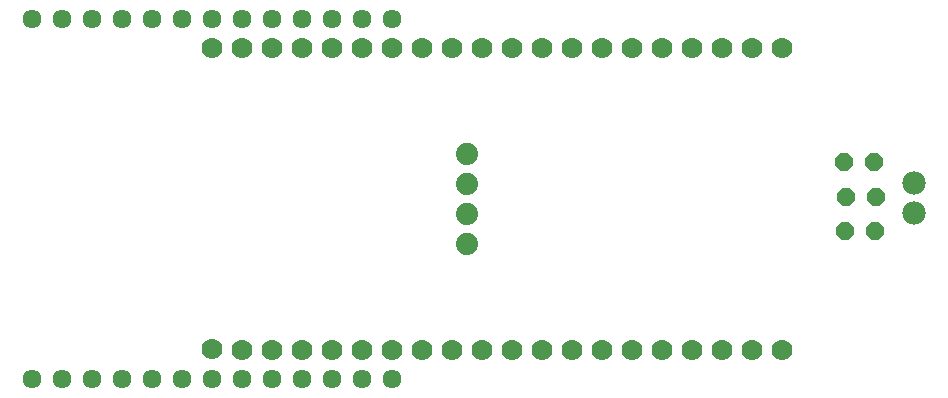
<source format=gbr>
G04 EAGLE Gerber RS-274X export*
G75*
%MOMM*%
%FSLAX34Y34*%
%LPD*%
%INSoldermask Bottom*%
%IPPOS*%
%AMOC8*
5,1,8,0,0,1.08239X$1,22.5*%
G01*
%ADD10C,1.879600*%
%ADD11C,1.981200*%
%ADD12P,1.649562X8X22.500000*%
%ADD13C,1.778000*%
%ADD14C,1.609600*%


D10*
X437119Y193402D03*
X437119Y168002D03*
X437119Y142602D03*
X437119Y117202D03*
D11*
X815425Y168888D03*
X815425Y143488D03*
D12*
X757452Y128898D03*
X782852Y128898D03*
D13*
X221093Y28900D03*
X246493Y27900D03*
X271893Y27900D03*
X297293Y27900D03*
X322693Y27900D03*
X348093Y27900D03*
X373493Y27900D03*
X398893Y27900D03*
X424293Y27900D03*
X449693Y27900D03*
X475093Y27900D03*
X500493Y27900D03*
X525893Y27900D03*
X551293Y27900D03*
X576693Y27900D03*
X602093Y27900D03*
X627493Y27900D03*
X652893Y27900D03*
X678293Y27900D03*
X703693Y27900D03*
X221093Y283108D03*
X246493Y283108D03*
X271893Y283108D03*
X297293Y283108D03*
X322693Y283108D03*
X348093Y283108D03*
X373493Y283108D03*
X398893Y283108D03*
X424293Y283108D03*
X449693Y283108D03*
X475093Y283108D03*
X500493Y283108D03*
X525893Y283108D03*
X551293Y283108D03*
X576693Y283108D03*
X602093Y283108D03*
X627493Y283108D03*
X652893Y283108D03*
X678293Y283108D03*
X703693Y283108D03*
D12*
X756073Y186660D03*
X781473Y186660D03*
D14*
X68904Y3223D03*
X94304Y3223D03*
X119704Y3223D03*
X145104Y3223D03*
X170504Y3223D03*
X195904Y3223D03*
X221304Y3223D03*
X246704Y3223D03*
X272104Y3223D03*
X297504Y3223D03*
X322904Y3223D03*
X348304Y3223D03*
X373704Y3223D03*
X373704Y308023D03*
X348304Y308023D03*
X322904Y308023D03*
X297504Y308023D03*
X272104Y308023D03*
X246704Y308023D03*
X221304Y308023D03*
X195904Y308023D03*
X170504Y308023D03*
X145104Y308023D03*
X119704Y308023D03*
X94304Y308023D03*
X68904Y308023D03*
D12*
X757603Y157480D03*
X783003Y157480D03*
M02*

</source>
